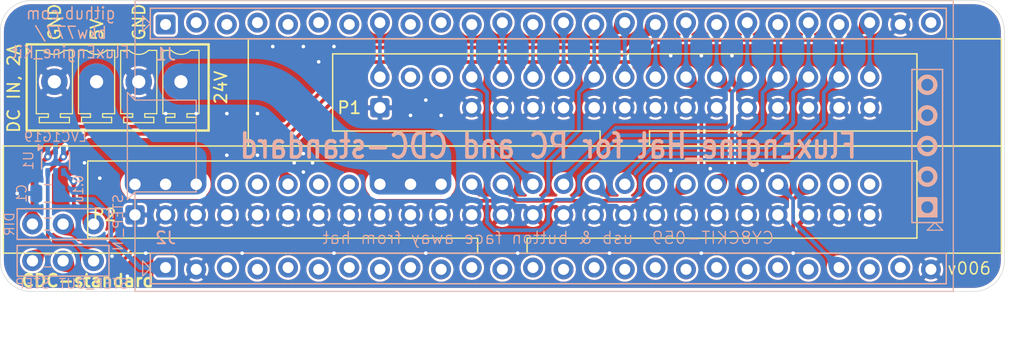
<source format=kicad_pcb>
(kicad_pcb (version 20240108) (generator "pcbnew") (generator_version "8.0")
  (title_block (title "FluxEngine_Hat for PC and CDC-standard") (date "2024-05-11") (rev "006") (company "Brian K. White - b.kenyon.w@gmail.com") (comment 1 "github.com/bkw777/FluxEngine_Kit"))
  (layers (0 "F.Cu" signal) (31 "B.Cu" signal) (34 "B.Paste" user) (35 "F.Paste" user) (36 "B.SilkS" user "B.Silkscreen") (37 "F.SilkS" user "F.Silkscreen") (38 "B.Mask" user) (39 "F.Mask" user) (44 "Edge.Cuts" user))
  (net 0 "")
  (net 1 "GND")
  (net 4 "/SIDE")
  (net 5 "/~{DSB}")
  (net 6 "/~{REDWC}")
  (net 7 "/~{TRK0}")
  (net 8 "/~{MOTB}")
  (net 9 "/~{WGATE}")
  (net 10 "/~{INDEX}")
  (net 11 "/~{WPROT}")
  (net 12 "/~{DSA}")
  (net 13 "/~{MOTA}")
  (net 14 "/~{STEP}")
  (net 35 "VCC")
  (net 47 "/5VDC")
  (net 48 "/24VDC")
  (net 53 "/~{DSKCHG}")
  (net 56 "/~{WDATA}")
  (net 57 "/~{RDATA}")
  (net 59 "/~{TG43}")
  (net 61 "/~{STEP_IN}")
  (net 62 "/~{STEP_OUT}")
  (net 63 "/DIRECTION")
  (net 64 "/~{STEP}{slash}~{STEP_OUT}")
  (net 65 "/DIR{slash}~{STEP_IN}")
  (footprint "000_LOCAL:IDC-Header_2x17_P2.54mm_Latch_Vertical - FDD" (layer "F.Cu") (at 133.985 93.345 90)
    (property "Reference" "P1" (at 0 -2.54 0) (layer "F.SilkS"))
    (property "Value" "FDC_BUS_IBMPC")
    (pad "1" thru_hole roundrect (at 0 0 90) (size 1.6 1.6) (drill 0.95) (layers "*.Cu" "*.Mask") (roundrect_rratio 0.15625) (net 1 "GND"))
    (pad "2" thru_hole circle (at 2.54 0 90) (size 1.6 1.6) (drill 0.95) (layers "*.Cu" "*.Mask") (net 6 "/~{REDWC}"))
    (pad "4" thru_hole circle (at 2.54 2.54 90) (size 1.6 1.6) (drill 0.95) (layers "*.Cu" "*.Mask"))
    (pad "6" thru_hole circle (at 2.54 5.08 90) (size 1.6 1.6) (drill 0.95) (layers "*.Cu" "*.Mask"))
    (pad "7" thru_hole circle (at 0 7.62 90) (size 1.6 1.6) (drill 0.95) (layers "*.Cu" "*.Mask") (net 1 "GND"))
    (pad "8" thru_hole circle (at 2.54 7.62 90) (size 1.6 1.6) (drill 0.95) (layers "*.Cu" "*.Mask") (net 10 "/~{INDEX}"))
    (pad "9" thru_hole circle (at 0 10.16 90) (size 1.6 1.6) (drill 0.95) (layers "*.Cu" "*.Mask") (net 1 "GND"))
    (pad "10" thru_hole circle (at 2.54 10.16 90) (size 1.6 1.6) (drill 0.95) (layers "*.Cu" "*.Mask") (net 13 "/~{MOTA}"))
    (pad "11" thru_hole circle (at 0 12.7 90) (size 1.6 1.6) (drill 0.95) (layers "*.Cu" "*.Mask") (net 1 "GND"))
    (pad "12" thru_hole circle (at 2.54 12.7 90) (size 1.6 1.6) (drill 0.95) (layers "*.Cu" "*.Mask") (net 5 "/~{DSB}"))
    (pad "13" thru_hole circle (at 0 15.24 90) (size 1.6 1.6) (drill 0.95) (layers "*.Cu" "*.Mask") (net 1 "GND"))
    (pad "14" thru_hole circle (at 2.54 15.24 90) (size 1.6 1.6) (drill 0.95) (layers "*.Cu" "*.Mask") (net 12 "/~{DSA}"))
    (pad "15" thru_hole circle (at 0 17.78 90) (size 1.6 1.6) (drill 0.95) (layers "*.Cu" "*.Mask") (net 1 "GND"))
    (pad "16" thru_hole circle (at 2.54 17.78 90) (size 1.6 1.6) (drill 0.95) (layers "*.Cu" "*.Mask") (net 8 "/~{MOTB}"))
    (pad "17" thru_hole circle (at 0 20.32 90) (size 1.6 1.6) (drill 0.95) (layers "*.Cu" "*.Mask") (net 1 "GND"))
    (pad "18" thru_hole circle (at 2.54 20.32 90) (size 1.6 1.6) (drill 0.95) (layers "*.Cu" "*.Mask") (net 63 "/DIRECTION"))
    (pad "19" thru_hole circle (at 0 22.86 90) (size 1.6 1.6) (drill 0.95) (layers "*.Cu" "*.Mask") (net 1 "GND"))
    (pad "20" thru_hole circle (at 2.54 22.86 90) (size 1.6 1.6) (drill 0.95) (layers "*.Cu" "*.Mask") (net 14 "/~{STEP}"))
    (pad "21" thru_hole circle (at 0 25.4 90) (size 1.6 1.6) (drill 0.95) (layers "*.Cu" "*.Mask") (net 1 "GND"))
    (pad "22" thru_hole circle (at 2.54 25.4 90) (size 1.6 1.6) (drill 0.95) (layers "*.Cu" "*.Mask") (net 56 "/~{WDATA}"))
    (pad "23" thru_hole circle (at 0 27.94 90) (size 1.6 1.6) (drill 0.95) (layers "*.Cu" "*.Mask") (net 1 "GND"))
    (pad "24" thru_hole circle (at 2.54 27.94 90) (size 1.6 1.6) (drill 0.95) (layers "*.Cu" "*.Mask") (net 9 "/~{WGATE}"))
    (pad "25" thru_hole circle (at 0 30.48 90) (size 1.6 1.6) (drill 0.95) (layers "*.Cu" "*.Mask") (net 1 "GND"))
    (pad "26" thru_hole circle (at 2.54 30.48 90) (size 1.6 1.6) (drill 0.95) (layers "*.Cu" "*.Mask") (net 7 "/~{TRK0}"))
    (pad "27" thru_hole circle (at 0 33.02 90) (size 1.6 1.6) (drill 0.95) (layers "*.Cu" "*.Mask") (net 1 "GND"))
    (pad "28" thru_hole circle (at 2.54 33.02 90) (size 1.6 1.6) (drill 0.95) (layers "*.Cu" "*.Mask") (net 11 "/~{WPROT}"))
    (pad "29" thru_hole circle (at 0 35.56 90) (size 1.6 1.6) (drill 0.95) (layers "*.Cu" "*.Mask") (net 1 "GND"))
    (pad "30" thru_hole circle (at 2.54 35.56 90) (size 1.6 1.6) (drill 0.95) (layers "*.Cu" "*.Mask") (net 57 "/~{RDATA}"))
    (pad "31" thru_hole circle (at 0 38.1 90) (size 1.6 1.6) (drill 0.95) (layers "*.Cu" "*.Mask") (net 1 "GND"))
    (pad "32" thru_hole circle (at 2.54 38.1 90) (size 1.6 1.6) (drill 0.95) (layers "*.Cu" "*.Mask") (net 4 "/SIDE"))
    (pad "33" thru_hole circle (at 0 40.64 90) (size 1.6 1.6) (drill 0.95) (layers "*.Cu" "*.Mask") (net 1 "GND"))
    (pad "34" thru_hole circle (at 2.54 40.64 90) (size 1.6 1.6) (drill 0.95) (layers "*.Cu" "*.Mask") (net 53 "/~{DSKCHG}"))
  )
  (footprint "000_LOCAL:ScrewTerminal_1x04_P3.5mm_vertical" (layer "F.Cu") (at 112.225001 91.585999 180)
    (property "Reference" "J2" (hide yes))
    (property "Value" "Screw_Terminal_01x04")
    (pad "1" thru_hole circle (at -5.25 0.4 180) (size 2.2 2.2) (drill 1.1) (layers "*.Cu" "*.Mask") (net 48 "/24VDC"))
    (pad "2" thru_hole circle (at -1.75 0.4 180) (size 2.2 2.2) (drill 1.1) (layers "*.Cu" "*.Mask") (net 1 "GND") (thermal_bridge_width 0.6))
    (pad "3" thru_hole circle (at 1.75 0.4 180) (size 2.2 2.2) (drill 1.1) (layers "*.Cu" "*.Mask") (net 47 "/5VDC"))
    (pad "4" thru_hole circle (at 5.25 0.4 180) (size 2.2 2.2) (drill 1.1) (layers "*.Cu" "*.Mask") (net 1 "GND") (thermal_bridge_width 0.6))
  )
  (footprint "000_LOCAL:IDC-Header_2x25_P2.54mm_Latch_Vertical" (layer "F.Cu") (at 113.665001 102.235001 90)
    (property "Reference" "P2" (at 0 -2.54 0) (layer "F.SilkS"))
    (property "Value" "FDC_BUS_CDC_9406_STD")
    (pad "1" thru_hole roundrect (at 0 0 90) (size 1.6 1.6) (drill 0.95) (layers "*.Cu" "*.Mask") (roundrect_rratio 0.15625) (net 1 "GND"))
    (pad "2" thru_hole circle (at 2.54 0 90) (size 1.6 1.6) (drill 0.95) (layers "*.Cu" "*.Mask") (net 47 "/5VDC"))
    (pad "3" thru_hole circle (at 0 2.54 90) (size 1.6 1.6) (drill 0.95) (layers "*.Cu" "*.Mask") (net 1 "GND"))
    (pad "4" thru_hole circle (at 2.54 2.54 90) (size 1.6 1.6) (drill 0.95) (layers "*.Cu" "*.Mask") (net 47 "/5VDC"))
    (pad "5" thru_hole circle (at 0 5.079999 90) (size 1.6 1.6) (drill 0.95) (layers "*.Cu" "*.Mask") (net 1 "GND"))
    (pad "6" thru_hole circle (at 2.54 5.08 90) (size 1.6 1.6) (drill 0.95) (layers "*.Cu" "*.Mask") (net 47 "/5VDC"))
    (pad "7" thru_hole circle (at 0 7.62 90) (size 1.6 1.6) (drill 0.95) (layers "*.Cu" "*.Mask") (net 1 "GND"))
    (pad "8" thru_hole circle (at 2.54 7.62 90) (size 1.6 1.6) (drill 0.95) (layers "*.Cu" "*.Mask"))
    (pad "9" thru_hole circle (at 0 10.16 90) (size 1.6 1.6) (drill 0.95) (layers "*.Cu" "*.Mask") (net 1 "GND"))
    (pad "10" thru_hole circle (at 2.54 10.16 90) (size 1.6 1.6) (drill 0.95) (layers "*.Cu" "*.Mask"))
    (pad "11" thru_hole circle (at 0 12.7 90) (size 1.6 1.6) (drill 0.95) (layers "*.Cu" "*.Mask") (net 1 "GND"))
    (pad "12" thru_hole circle (at 2.54 12.7 90) (size 1.6 1.6) (drill 0.95) (layers "*.Cu" "*.Mask") (net 53 "/~{DSKCHG}"))
    (pad "13" thru_hole circle (at 0 15.24 90) (size 1.6 1.6) (drill 0.95) (layers "*.Cu" "*.Mask") (net 1 "GND"))
    (pad "14" thru_hole circle (at 2.54 15.24 90) (size 1.6 1.6) (drill 0.95) (layers "*.Cu" "*.Mask"))
    (pad "15" thru_hole circle (at 0 17.780001 90) (size 1.6 1.6) (drill 0.95) (layers "*.Cu" "*.Mask") (net 1 "GND"))
    (pad "16" thru_hole circle (at 2.54 17.78 90) (size 1.6 1.6) (drill 0.95) (layers "*.Cu" "*.Mask"))
    (pad "17" thru_hole circle (at 0 20.32 90) (size 1.6 1.6) (drill 0.95) (layers "*.Cu" "*.Mask") (net 1 "GND"))
    (pad "18" thru_hole circle (at 2.54 20.32 90) (size 1.6 1.6) (drill 0.95) (layers "*.Cu" "*.Mask") (net 48 "/24VDC"))
    (pad "19" thru_hole circle (at 0 22.86 90) (size 1.6 1.6) (drill 0.95) (layers "*.Cu" "*.Mask") (net 1 "GND"))
    (pad "20" thru_hole circle (at 2.54 22.86 90) (size 1.6 1.6) (drill 0.95) (layers "*.Cu" "*.Mask") (net 48 "/24VDC"))
    (pad "21" thru_hole circle (at 0 25.4 90) (size 1.6 1.6) (drill 0.95) (layers "*.Cu" "*.Mask") (net 1 "GND"))
    (pad "22" thru_hole circle (at 2.54 25.4 90) (size 1.6 1.6) (drill 0.95) (layers "*.Cu" "*.Mask") (net 48 "/24VDC"))
    (pad "23" thru_hole circle (at 0 27.939999 90) (size 1.6 1.6) (drill 0.95) (layers "*.Cu" "*.Mask") (net 1 "GND"))
    (pad "24" thru_hole circle (at 2.54 27.94 90) (size 1.6 1.6) (drill 0.95) (layers "*.Cu" "*.Mask") (net 11 "/~{WPROT}"))
    (pad "25" thru_hole circle (at 0 30.48 90) (size 1.6 1.6) (drill 0.95) (layers "*.Cu" "*.Mask") (net 1 "GND"))
    (pad "26" thru_hole circle (at 2.54 30.48 90) (size 1.6 1.6) (drill 0.95) (layers "*.Cu" "*.Mask") (net 8 "/~{MOTB}"))
    (pad "27" thru_hole circle (at 0 33.02 90) (size 1.6 1.6) (drill 0.95) (layers "*.Cu" "*.Mask") (net 1 "GND"))
    (pad "28" thru_hole circle (at 2.54 33.02 90) (size 1.6 1.6) (drill 0.95) (layers "*.Cu" "*.Mask") (net 10 "/~{INDEX}"))
    (pad "29" thru_hole circle (at 0 35.56 90) (size 1.6 1.6) (drill 0.95) (layers "*.Cu" "*.Mask") (net 1 "GND"))
    (pad "30" thru_hole circle (at 2.54 35.56 90) (size 1.6 1.6) (drill 0.95) (layers "*.Cu" "*.Mask") (net 7 "/~{TRK0}"))
    (pad "31" thru_hole circle (at 0 38.099999 90) (size 1.6 1.6) (drill 0.95) (layers "*.Cu" "*.Mask") (net 1 "GND"))
    (pad "32" thru_hole circle (at 2.54 38.1 90) (size 1.6 1.6) (drill 0.95) (layers "*.Cu" "*.Mask") (net 4 "/SIDE"))
    (pad "33" thru_hole circle (at 0 40.640001 90) (size 1.6 1.6) (drill 0.95) (layers "*.Cu" "*.Mask") (net 1 "GND"))
    (pad "34" thru_hole circle (at 2.54 40.64 90) (size 1.6 1.6) (drill 0.95) (layers "*.Cu" "*.Mask") (net 57 "/~{RDATA}"))
    (pad "35" thru_hole circle (at 0 43.18 90) (size 1.6 1.6) (drill 0.95) (layers "*.Cu" "*.Mask") (net 1 "GND"))
    (pad "36" thru_hole circle (at 2.54 43.18 90) (size 1.6 1.6) (drill 0.95) (layers "*.Cu" "*.Mask"))
    (pad "37" thru_hole circle (at 0 45.72 90) (size 1.6 1.6) (drill 0.95) (layers "*.Cu" "*.Mask") (net 1 "GND"))
    (pad "38" thru_hole circle (at 2.54 45.72 90) (size 1.6 1.6) (drill 0.95) (layers "*.Cu" "*.Mask") (net 65 "/DIR{slash}~{STEP_IN}"))
    (pad "39" thru_hole circle (at 0 48.26 90) (size 1.6 1.6) (drill 0.95) (layers "*.Cu" "*.Mask") (net 1 "GND"))
    (pad "40" thru_hole circle (at 2.54 48.26 90) (size 1.6 1.6) (drill 0.95) (layers "*.Cu" "*.Mask") (net 9 "/~{WGATE}"))
    (pad "41" thru_hole circle (at 0 50.799999 90) (size 1.6 1.6) (drill 0.95) (layers "*.Cu" "*.Mask") (net 1 "GND"))
    (pad "42" thru_hole circle (at 2.54 50.8 90) (size 1.6 1.6) (drill 0.95) (layers "*.Cu" "*.Mask") (net 56 "/~{WDATA}"))
    (pad "43" thru_hole circle (at 0 53.34 90) (size 1.6 1.6) (drill 0.95) (layers "*.Cu" "*.Mask") (net 1 "GND"))
    (pad "44" thru_hole circle (at 2.54 53.34 90) (size 1.6 1.6) (drill 0.95) (layers "*.Cu" "*.Mask") (net 59 "/~{TG43}"))
    (pad "45" thru_hole circle (at 0 55.88 90) (size 1.6 1.6) (drill 0.95) (layers "*.Cu" "*.Mask") (net 1 "GND"))
    (pad "46" thru_hole circle (at 2.54 55.88 90) (size 1.6 1.6) (drill 0.95) (layers "*.Cu" "*.Mask") (net 64 "/~{STEP}{slash}~{STEP_OUT}"))
    (pad "47" thru_hole circle (at 0 58.42 90) (size 1.6 1.6) (drill 0.95) (layers "*.Cu" "*.Mask") (net 1 "GND"))
    (pad "48" thru_hole circle (at 2.54 58.42 90) (size 1.6 1.6) (drill 0.95) (layers "*.Cu" "*.Mask"))
    (pad "49" thru_hole circle (at 0 60.959999 90) (size 1.6 1.6) (drill 0.95) (layers "*.Cu" "*.Mask") (net 1 "GND"))
    (pad "50" thru_hole circle (at 2.54 60.96 90) (size 1.6 1.6) (drill 0.95) (layers "*.Cu" "*.Mask"))
  )
  (footprint "000_LOCAL:PinHeader_1x03_P2.54mm_Vertical" (layer "B.Cu") (at 105.156001 102.996999 -90)
    (property "Reference" "JP2" (hide yes))
    (property "Value" "Jumper_3_Bridged12")
    (pad "1" thru_hole circle (at 0 0 270) (size 1.7 1.7) (drill 0.94) (layers "*.Cu" "*.Mask") (net 63 "/DIRECTION"))
    (pad "2" thru_hole circle (at 0 -2.54 270) (size 1.7 1.7) (drill 0.94) (layers "*.Cu" "*.Mask") (net 65 "/DIR{slash}~{STEP_IN}"))
    (pad "3" thru_hole circle (at 0 -5.079999 270) (size 1.7 1.7) (drill 0.94) (layers "*.Cu" "*.Mask") (net 61 "/~{STEP_IN}"))
  )
  (footprint "000_LOCAL:C_0805_2012Metric" (layer "B.Cu") (at 106.426001 100.456999 180)
    (property "Reference" "C1" (at 2.159 0 90) (layer "B.SilkS") (effects (font (size 0.8 0.8) (thickness 0.1)) (justify mirror)))
    (property "Value" "0.1u" (at -2.54 0.381 90) (layer "B.SilkS") (effects (font (size 0.8 0.7) (thickness 0.1)) (justify mirror)))
    (pad "1" smd roundrect (at -0.949999 0 180) (size 1 1.45) (layers "B.Cu" "B.Paste" "B.Mask") (net 35 "VCC"))
    (pad "2" smd roundrect (at 0.949999 0 180) (size 1 1.45) (layers "B.Cu" "B.Paste" "B.Mask") (net 1 "GND"))
  )
  (footprint "000_LOCAL:PinHeader_1x03_P2.54mm_Vertical" (layer "B.Cu") (at 105.156001 106.044999 -90)
    (property "Reference" "JP1" (hide yes))
    (property "Value" "Jumper_3_Bridged12")
    (pad "1" thru_hole circle (at 0 0 270) (size 1.7 1.7) (drill 0.94) (layers "*.Cu" "*.Mask") (net 14 "/~{STEP}"))
    (pad "2" thru_hole circle (at 0 -2.54 270) (size 1.7 1.7) (drill 0.94) (layers "*.Cu" "*.Mask") (net 64 "/~{STEP}{slash}~{STEP_OUT}"))
    (pad "3" thru_hole circle (at 0 -5.08 270) (size 1.7 1.7) (drill 0.94) (layers "*.Cu" "*.Mask") (net 62 "/~{STEP_OUT}"))
  )
  (footprint "000_LOCAL:SOT-363_SC-70-6" (layer "B.Cu") (at 107.076001 97.728999 -90)
    (property "Reference" "U1" (at 0 2.25 90) (layer "B.SilkS") (effects (font (size 0.8 0.8) (thickness 0.1)) (justify mirror)))
    (property "Value" "LVC1G19" (at -1.971 0.015 0) (layer "B.SilkS") (effects (font (size 0.8 0.8) (thickness 0.1)) (justify mirror)))
    (pad "1" smd roundrect (at -0.95 0.65 270) (size 0.65 0.4) (layers "B.Cu" "B.Paste" "B.Mask") (net 63 "/DIRECTION"))
    (pad "2" smd roundrect (at -0.949999 0 270) (size 0.65 0.4) (layers "B.Cu" "B.Paste" "B.Mask") (net 1 "GND"))
    (pad "3" smd roundrect (at -0.95 -0.65 270) (size 0.65 0.4) (layers "B.Cu" "B.Paste" "B.Mask") (net 14 "/~{STEP}"))
    (pad "4" smd roundrect (at 0.95 -0.65 270) (size 0.65 0.4) (layers "B.Cu" "B.Paste" "B.Mask") (net 61 "/~{STEP_IN}"))
    (pad "5" smd roundrect (at 0.949999 0 270) (size 0.65 0.4) (layers "B.Cu" "B.Paste" "B.Mask") (net 35 "VCC"))
    (pad "6" smd roundrect (at 0.95 0.65 270) (size 0.65 0.4) (layers "B.Cu" "B.Paste" "B.Mask") (net 62 "/~{STEP_OUT}"))
  )
  (footprint "000_LOCAL:CY8CKIT-059 dry fit" (layer "B.Cu") (at 116.205001 86.359999 -90)
    (property "Reference" "J1" (hide yes))
    (property "Value" "CY8CKIT-059")
    (fp_text user "J2" (at 17.78 0 0) (layer "B.SilkS") (effects (justify mirror)))
    (fp_text user "J1" (at 2.54 0 0) (layer "B.SilkS") (effects (justify mirror)))
    (pad "J1_1" thru_hole roundrect (at 0.0762 0 270) (size 1.651 1.651) (drill 0.9144) (layers "*.Cu" "*.Mask") (roundrect_rratio 0.1514233798))
    (pad "J1_2" thru_hole circle (at -0.0762 -2.54 270) (size 1.651 1.651) (drill 0.9144) (layers "*.Cu" "*.Mask"))
    (pad "J1_3" thru_hole circle (at 0.0762 -5.08 270) (size 1.651 1.651) (drill 0.9144) (layers "*.Cu" "*.Mask"))
    (pad "J1_4" thru_hole circle (at -0.0762 -7.62 270) (size 1.651 1.651) (drill 0.9144) (layers "*.Cu" "*.Mask"))
    (pad "J1_5" thru_hole circle (at 0.0762 -10.16 270) (size 1.651 1.651) (drill 0.9144) (layers "*.Cu" "*.Mask"))
    (pad "J1_6" thru_hole circle (at -0.0762 -12.7 270) (size 1.651 1.651) (drill 0.9144) (layers "*.Cu" "*.Mask"))
    (pad "J1_7" thru_hole circle (at 0.0762 -15.24 270) (size 1.651 1.651) (drill 0.9144) (layers "*.Cu" "*.Mask"))
    (pad "J1_8" thru_hole circle (at -0.0762 -17.78 270) (size 1.651 1.651) (drill 0.9144) (layers "*.Cu" "*.Mask") (net 6 "/~{REDWC}"))
    (pad "J1_9" thru_hole circle (at 0.0762 -20.32 270) (size 1.651 1.651) (drill 0.9144) (layers "*.Cu" "*.Mask"))
    (pad "J1_10" thru_hole circle (at -0.0762 -22.86 270) (size 1.651 1.651) (drill 0.9144) (layers "*.Cu" "*.Mask"))
    (pad "J1_11" thru_hole circle (at 0.0762 -25.4 270) (size 1.651 1.651) (drill 0.9144) (layers "*.Cu" "*.Mask") (net 10 "/~{INDEX}"))
    (pad "J1_12" thru_hole circle (at -0.0762 -27.94 270) (size 1.651 1.651) (drill 0.9144) (layers "*.Cu" "*.Mask") (net 13 "/~{MOTA}"))
    (pad "J1_13" thru_hole circle (at 0.0762 -30.48 270) (size 1.651 1.651) (drill 0.9144) (layers "*.Cu" "*.Mask") (net 5 "/~{DSB}"))
    (pad "J1_14" thru_hole circle (at -0.0762 -33.02 270) (size 1.651 1.651) (drill 0.9144) (layers "*.Cu" "*.Mask") (net 12 "/~{DSA}"))
    (pad "J1_15" thru_hole circle (at 0.0762 -35.56 270) (size 1.651 1.651) (drill 0.9144) (layers "*.Cu" "*.Mask") (net 8 "/~{MOTB}"))
    (pad "J1_16" thru_hole circle (at -0.0762 -38.1 270) (size 1.651 1.651) (drill 0.9144) (layers "*.Cu" "*.Mask") (net 63 "/DIRECTION"))
    (pad "J1_17" thru_hole circle (at 0.0762 -40.64 270) (size 1.651 1.651) (drill 0.9144) (layers "*.Cu" "*.Mask") (net 14 "/~{STEP}"))
    (pad "J1_18" thru_hole circle (at -0.0762 -43.18 270) (size 1.651 1.651) (drill 0.9144) (layers "*.Cu" "*.Mask") (net 56 "/~{WDATA}"))
    (pad "J1_19" thru_hole circle (at 0.0762 -45.72 270) (size 1.651 1.651) (drill 0.9144) (layers "*.Cu" "*.Mask") (net 9 "/~{WGATE}"))
    (pad "J1_20" thru_hole circle (at -0.0762 -48.26 270) (size 1.651 1.651) (drill 0.9144) (layers "*.Cu" "*.Mask") (net 7 "/~{TRK0}"))
    (pad "J1_21" thru_hole circle (at 0.0762 -50.8 270) (size 1.651 1.651) (drill 0.9144) (layers "*.Cu" "*.Mask") (net 11 "/~{WPROT}"))
    (pad "J1_22" thru_hole circle (at -0.0762 -53.34 270) (size 1.651 1.651) (drill 0.9144) (layers "*.Cu" "*.Mask") (net 57 "/~{RDATA}"))
    (pad "J1_23" thru_hole circle (at 0.0762 -55.88 270) (size 1.651 1.651) (drill 0.9144) (layers "*.Cu" "*.Mask") (net 4 "/SIDE"))
    (pad "J1_24" thru_hole circle (at -0.0762 -58.42 270) (size 1.651 1.651) (drill 0.9144) (layers "*.Cu" "*.Mask") (net 53 "/~{DSKCHG}"))
    (pad "J1_25" thru_hole circle (at 0.0762 -60.96 270) (size 1.651 1.651) (drill 0.9144) (layers "*.Cu" "*.Mask") (net 1 "GND"))
    (pad "J1_26" thru_hole circle (at -0.0762 -63.5 270) (size 1.651 1.651) (drill 0.9144) (layers "*.Cu" "*.Mask"))
    (pad "J2_1" thru_hole roundrect (at 20.2438 0 270) (size 1.651 1.651) (drill 0.9144) (layers "*.Cu" "*.Mask") (roundrect_rratio 0.1514233798) (net 35 "VCC"))
    (pad "J2_2" thru_hole circle (at 20.3962 -2.54 270) (size 1.651 1.651) (drill 0.9144) (layers "*.Cu" "*.Mask") (net 1 "GND"))
    (pad "J2_3" thru_hole circle (at 20.2438 -5.08 270) (size 1.651 1.651) (drill 0.9144) (layers "*.Cu" "*.Mask"))
    (pad "J2_4" thru_hole circle (at 20.3962 -7.62 270) (size 1.651 1.651) (drill 0.9144) (layers "*.Cu" "*.Mask"))
    (pad "J2_5" thru_hole circle (at 20.2438 -10.16 270) (size 1.651 1.651) (drill 0.9144) (layers "*.Cu" "*.Mask"))
    (pad "J2_6" thru_hole circle (at 20.3962 -12.7 270) (size 1.651 1.651) (drill 0.9144) (layers "*.Cu" "*.Mask"))
    (pad "J2_7" thru_hole circle (at 20.2438 -15.24 270) (size 1.651 1.651) (drill 0.9144) (layers "*.Cu" "*.Mask"))
    (pad "J2_8" thru_hole circle (at 20.3962 -17.78 270) (size 1.651 1.651) (drill 0.9144) (layers "*.Cu" "*.Mask"))
    (pad "J2_9" thru_hole circle (at 20.2438 -20.32 270) (size 1.651 1.651) (drill 0.9144) (layers "*.Cu" "*.Mask"))
    (pad "J2_10" thru_hole circle (at 20.3962 -22.86 270) (size 1.651 1.651) (drill 0.9144) (layers "*.Cu" "*.Mask"))
    (pad "J2_11" thru_hole circle (at 20.2438 -25.4 270) (size 1.651 1.651) (drill 0.9144) (layers "*.Cu" "*.Mask"))
    (pad "J2_12" thru_hole circle (at 20.3962 -27.94 270) (size 1.651 1.651) (drill 0.9144) (layers "*.Cu" "*.Mask"))
    (pad "J2_13" thru_hole circle (at 20.2438 -30.48 270) (size 1.651 1.651) (drill 0.9144) (layers "*.Cu" "*.Mask"))
    (pad "J2_14" thru_hole circle (at 20.3962 -33.02 270) (size 1.651 1.651) (drill 0.9144) (layers "*.Cu" "*.Mask"))
    (pad "J2_15" thru_hole circle (at 20.2438 -35.56 270) (size 1.651 1.651) (drill 0.9144) (layers "*.Cu" "*.Mask"))
    (pad "J2_16" thru_hole circle (at 20.3962 -38.1 270) (size 1.651 1.651) (drill 0.9144) (layers "*.Cu" "*.Mask"))
    (pad "J2_17" thru_hole circle (at 20.2438 -40.64 270) (size 1.651 1.651) (drill 0.9144) (layers "*.Cu" "*.Mask"))
    (pad "J2_18" thru_hole circle (at 20.3962 -43.18 270) (size 1.651 1.651) (drill 0.9144) (layers "*.Cu" "*.Mask"))
    (pad "J2_19" thru_hole circle (at 20.2438 -45.72 270) (size 1.651 1.651) (drill 0.9144) (layers "*.Cu" "*.Mask"))
    (pad "J2_20" thru_hole circle (at 20.3962 -48.26 270) (size 1.651 1.651) (drill 0.9144) (layers "*.Cu" "*.Mask"))
    (pad "J2_21" thru_hole circle (at 20.2438 -50.8 270) (size 1.651 1.651) (drill 0.9144) (layers "*.Cu" "*.Mask"))
    (pad "J2_22" thru_hole circle (at 20.3962 -53.34 270) (size 1.651 1.651) (drill 0.9144) (layers "*.Cu" "*.Mask"))
    (pad "J2_23" thru_hole circle (at 20.2438 -55.88 270) (size 1.651 1.651) (drill 0.9144) (layers "*.Cu" "*.Mask") (net 59 "/~{TG43}"))
    (pad "J2_24" thru_hole circle (at 20.3962 -58.42 270) (size 1.651 1.651) (drill 0.9144) (layers "*.Cu" "*.Mask"))
    (pad "J2_25" thru_hole circle (at 20.2438 -60.96 270) (size 1.651 1.651) (drill 0.9144) (layers "*.Cu" "*.Mask"))
    (pad "J2_26" thru_hole circle (at 20.3962 -63.5 270) (size 1.651 1.651) (drill 0.9144) (layers "*.Cu" "*.Mask") (net 1 "GND"))
  )
  (gr_rect (start 133.985001 97.445724) (end 139.065001 99.695001) (stroke (width 1.7)) (fill solid) (layer "B.Cu") (net 48))
  (gr_rect (start 113.665001 97.445724) (end 118.745001 99.695001) (stroke (width 1.7)) (fill solid) (layer "B.Cu") (net 47))
  (gr_arc (start 132.425001 98.249999) (mid 133.068468 98.516532) (end 133.335001 99.159999) (stroke (width 0.4)) (layer "B.Cu") (net 48))
  (gr_line (start 106.680001 106.552999) (end 106.172001 106.552999) (stroke (width 0.1)) (layer "B.SilkS"))
  (gr_line (start 106.680001 105.536999) (end 106.172001 105.536999) (stroke (width 0.1)) (layer "B.SilkS"))
  (gr_line (start 106.680001 102.488999) (end 106.172001 102.488999) (stroke (width 0.1)) (layer "B.SilkS"))
  (gr_line (start 106.680001 103.504999) (end 106.172001 103.504999) (stroke (width 0.1)) (layer "B.SilkS"))
  (gr_arc (start 183.261 84.455001) (mid 185.057051 85.198949) (end 185.801 86.995) (stroke (width 0.05)) (layer "Edge.Cuts"))
  (gr_arc (start 102.489 86.995) (mid 103.232949 85.198948) (end 105.029001 84.454999) (stroke (width 0.05)) (layer "Edge.Cuts"))
  (gr_arc (start 185.801 106.045) (mid 185.057051 107.841051) (end 183.261 108.585) (stroke (width 0.05)) (layer "Edge.Cuts"))
  (gr_line (start 102.489 86.995) (end 102.489 106.044999) (stroke (width 0.05)) (layer "Edge.Cuts"))
  (gr_line (start 183.261 84.455001) (end 105.029001 84.454999) (stroke (width 0.05)) (layer "Edge.Cuts"))
  (gr_line (start 185.801 106.045) (end 185.801 86.995) (stroke (width 0.05)) (layer "Edge.Cuts"))
  (gr_line (start 105.029 108.584999) (end 183.261 108.585) (stroke (width 0.05)) (layer "Edge.Cuts"))
  (gr_arc (start 105.029001 108.584999) (mid 103.23295 107.841051) (end 102.489001 106.045) (stroke (width 0.05)) (layer "Edge.Cuts"))
  (gr_text "DIR" (at 103.251001 102.996999 90) (layer "B.SilkS") (effects (font (size 0.8 0.8) (thickness 0.1)) (justify mirror)))
  (gr_text "${TITLE}" (at 147.955001 96.52 0) (layer "B.SilkS") (effects (font (size 2 1.6) (thickness 0.3)) (justify mirror)))
  (gr_text "STEP" (at 105.156001 107.949999 0) (layer "B.SilkS") (effects (font (size 0.8 0.8) (thickness 0.1)) (justify mirror)))
  (gr_text "STEP_IN" (at 112.268001 102.869999 90) (layer "B.SilkS") (effects (font (size 0.8 0.8) (thickness 0.1)) (justify mirror)))
  (gr_text "STEP_OUT" (at 110.236001 107.949999 0) (layer "B.SilkS") (effects (font (size 0.8 0.8) (thickness 0.1)) (justify mirror)))
  (gr_text "github.com\nbkw777/\nFluxEngine_Kit" (at 108.331001 87.121999 0) (layer "B.SilkS") (effects (font (size 1 0.9) (thickness 0.12)) (justify mirror)))
  (gr_text "CY8CKIT-059  usb & button face away from hat" (at 147.955001 104.139999 0) (layer "B.SilkS") (effects (font (size 1 1) (thickness 0.1)) (justify mirror)))
  (gr_text "5V" (at 110.505001 87.859999 90) (layer "F.SilkS") (effects (font (size 1 1)) (justify left)))
  (gr_text "CDC-standard" (at 104.140001 107.695999 0) (layer "F.SilkS") (effects (font (size 1.016 1.016) (thickness 0.2032) (bold yes)) (justify left)))
  (gr_text "GND" (at 107.005001 87.859999 90) (layer "F.SilkS") (effects (font (size 1 1)) (justify left)))
  (gr_text "GND" (at 114.005001 87.859999 90) (layer "F.SilkS") (effects (font (size 1 1)) (justify left)))
  (gr_text "24V" (at 120.205001 91.659999 90) (layer "F.SilkS") (effects (font (size 1 1)) (justify top)))
  (gr_text "DC IN, 2A" (at 103.605001 91.759999 90) (layer "F.SilkS") (effects (font (size 1 1))))
  (gr_text "v${REVISION}" (at 182.880001 106.679999 0) (layer "F.SilkS") (effects (font (size 1 1) (thickness 0.12))))
  (via (at 121.285001 93.827599) (size 0.6) (drill 0.3) (layers "F.Cu" "B.Cu") (net 1))
  (via (at 137.795001 92.709999) (size 0.6) (drill 0.3) (layers "F.Cu" "B.Cu") (net 1))
  (via (at 158.115001 89.026999) (size 0.6) (drill 0.3) (layers "F.Cu" "B.Cu") (net 1))
  (via (at 139.065001 93.979999) (size 0.6) (drill 0.3) (layers "F.Cu" "B.Cu") (net 1))
  (via (at 113.030001 107.314999) (size 0.6) (drill 0.3) (layers "F.Cu" "B.Cu") (net 1))
  (via (at 109.474001 97.916999) (size 0.6) (drill 0.3) (layers "F.Cu" "B.Cu") (net 1))
  (via (at 160.655001 89.026999) (size 0.6) (drill 0.3) (layers "F.Cu" "B.Cu") (net 1))
  (via (at 153.035001 105.409999) (size 0.6) (drill 0.3) (layers "F.Cu" "B.Cu") (net 1))
  (via (at 127.635001 98.678999) (size 0.6) (drill 0.3) (layers "F.Cu" "B.Cu") (net 1))
  (via (at 168.275001 105.409999) (size 0.6) (drill 0.3) (layers "F.Cu" "B.Cu") (net 1))
  (via (at 128.905001 89.534999) (size 0.6) (drill 0.3) (layers "F.Cu" "B.Cu") (net 1))
  (via (at 114.554001 105.409999) (size 0.6) (drill 0.3) (layers "F.Cu" "B.Cu") (net 1))
  (via (at 123.825001 97.281999) (size 0.6) (drill 0.3) (layers "F.Cu" "B.Cu") (net 1))
  (via (at 158.115001 98.551999) (size 0.6) (drill 0.3) (layers "F.Cu" "B.Cu") (net 1))
  (via (at 130.175001 88.264999) (size 0.6) (drill 0.3) (layers "F.Cu" "B.Cu") (net 1))
  (via (at 161.395001 98.399999) (size 0.6) (drill 0.3) (layers "F.Cu" "B.Cu") (net 1))
  (via (at 123.825001 93.827599) (size 0.6) (drill 0.3) (layers "F.Cu" "B.Cu") (net 1))
  (via (at 126.873001 97.916999) (size 0.6) (drill 0.3) (layers "F.Cu" "B.Cu") (net 1))
  (via (at 125.095001 88.264999) (size 0.6) (drill 0.3) (layers "F.Cu" "B.Cu") (net 1))
  (via (at 136.525001 93.979999) (size 0.6) (drill 0.3) (layers "F.Cu" "B.Cu") (net 1))
  (via (at 110.744001 99.186999) (size 0.6) (drill 0.3) (layers "F.Cu" "B.Cu") (net 1))
  (via (at 121.285001 97.281999) (size 0.6) (drill 0.3) (layers "F.Cu" "B.Cu") (net 1))
  (via (at 165.735001 98.551999) (size 0.6) (drill 0.3) (layers "F.Cu" "B.Cu") (net 1))
  (via (at 130.175001 105.409999) (size 0.6) (drill 0.3) (layers "F.Cu" "B.Cu") (net 1))
  (via (at 128.397001 97.916999) (size 0.6) (drill 0.3) (layers "F.Cu" "B.Cu") (net 1))
  (via (at 145.415001 105.409999) (size 0.6) (drill 0.3) (layers "F.Cu" "B.Cu") (net 1))
  (via (at 127.635001 97.154999) (size 0.6) (drill 0.3) (layers "F.Cu" "B.Cu") (net 1))
  (via (at 111.760001 105.663999) (size 0.6) (drill 0.3) (layers "F.Cu" "B.Cu") (net 1))
  (via (at 118.745001 93.827599) (size 0.6) (drill 0.3) (layers "F.Cu" "B.Cu") (net 1))
  (via (at 163.195001 89.026999) (size 0.6) (drill 0.3) (layers "F.Cu" "B.Cu") (net 1))
  (via (at 127.635001 88.264999) (size 0.6) (drill 0.3) (layers "F.Cu" "B.Cu") (net 1))
  (via (at 122.555001 105.409999) (size 0.6) (drill 0.3) (layers "F.Cu" "B.Cu") (net 1))
  (via (at 137.795001 105.409999) (size 0.6) (drill 0.3) (layers "F.Cu" "B.Cu") (net 1))
  (via (at 116.205001 93.827599) (size 0.6) (drill 0.3) (layers "F.Cu" "B.Cu") (net 1))
  (via (at 103.886001 100.456999) (size 0.6) (drill 0.3) (layers "F.Cu" "B.Cu") (net 1))
  (via (at 160.655001 105.409999) (size 0.6) (drill 0.3) (layers "F.Cu" "B.Cu") (net 1))
  (segment (start 155.575001 99.059999) (end 156.972001 97.662999) (width 0.3) (layer "B.Cu") (net 4))
  (segment (start 170.815001 92.074999) (end 172.085 90.805) (width 0.3) (layer "B.Cu") (net 4))
  (segment (start 172.085001 90.804999) (end 172.085 90.805) (width 0.3) (layer "B.Cu") (net 4))
  (segment (start 155.575001 100.329999) (end 155.575001 99.059999) (width 0.3) (layer "B.Cu") (net 4))
  (segment (start 151.765001 99.695001) (end 153.034999 100.964999) (width 0.3) (layer "B.Cu") (net 4))
  (segment (start 154.940001 100.964999) (end 155.575001 100.329999) (width 0.3) (layer "B.Cu") (net 4))
  (segment (start 156.972001 97.662999) (end 167.767001 97.662999) (width 0.3) (layer "B.Cu") (net 4))
  (segment (start 167.767001 97.662999) (end 170.815001 94.614999) (width 0.3) (layer "B.Cu") (net 4))
  (segment (start 170.815001 94.614999) (end 170.815001 92.074999) (width 0.3) (layer "B.Cu") (net 4))
  (segment (start 172.085001 86.436199) (end 172.085001 90.804999) (width 0.3) (layer "B.Cu") (net 4))
  (segment (start 153.034999 100.964999) (end 154.940001 100.964999) (width 0.3) (layer "B.Cu") (net 4))
  (segment (start 146.685001 90.804999) (end 146.685 90.805) (width 0.3) (layer "B.Cu") (net 5))
  (segment (start 146.685001 86.436199) (end 146.685001 90.804999) (width 0.3) (layer "B.Cu") (net 5))
  (segment (start 133.985001 90.804999) (end 133.985 90.805) (width 0.3) (layer "B.Cu") (net 6))
  (segment (start 133.985001 86.283799) (end 133.985001 90.804999) (width 0.3) (layer "B.Cu") (net 6))
  (segment (start 163.195001 92.074999) (end 164.465 90.805) (width 0.3) (layer "B.Cu") (net 7))
  (segment (start 164.465001 86.283799) (end 164.465001 90.804999) (width 0.3) (layer "B.Cu") (net 7))
  (segment (start 149.225001 99.695001) (end 149.225001 99.339999) (width 0.3) (layer "B.Cu") (net 7))
  (segment (start 162.814001 94.995999) (end 163.195001 94.614999) (width 0.3) (layer "B.Cu") (net 7))
  (segment (start 149.225001 99.339999) (end 153.569001 94.995999) (width 0.3) (layer "B.Cu") (net 7))
  (segment (start 153.569001 94.995999) (end 162.814001 94.995999) (width 0.3) (layer "B.Cu") (net 7))
  (segment (start 164.465001 90.804999) (end 164.465 90.805) (width 0.3) (layer "B.Cu") (net 7))
  (segment (start 163.195001 94.614999) (end 163.195001 92.074999) (width 0.3) (layer "B.Cu") (net 7))
  (segment (start 150.495001 92.074999) (end 151.765 90.805) (width 0.3) (layer "B.Cu") (net 8))
  (segment (start 151.765001 86.436199) (end 151.765001 90.804999) (width 0.3) (layer "B.Cu") (net 8))
  (segment (start 150.495001 95.249999) (end 150.495001 92.074999) (width 0.3) (layer "B.Cu") (net 8))
  (segment (start 144.145001 99.695001) (end 145.414999 100.964999) (width 0.3) (layer "B.Cu") (net 8))
  (segment (start 147.955001 100.329999) (end 147.955001 97.789999) (width 0.3) (layer "B.Cu") (net 8))
  (segment (start 151.765001 90.804999) (end 151.765 90.805) (width 0.3) (layer "B.Cu") (net 8))
  (segment (start 147.320001 100.964999) (end 147.955001 100.329999) (width 0.3) (layer "B.Cu") (net 8))
  (segment (start 145.414999 100.964999) (end 147.320001 100.964999) (width 0.3) (layer "B.Cu") (net 8))
  (segment (start 147.955001 97.789999) (end 150.495001 95.249999) (width 0.3) (layer "B.Cu") (net 8))
  (segment (start 163.195001 98.425001) (end 163.195001 92.075001) (width 0.3) (layer "F.Cu") (net 9))
  (segment (start 163.195001 92.075001) (end 161.925 90.805) (width 0.3) (layer "F.Cu") (net 9))
  (segment (start 161.925001 99.695001) (end 163.195001 98.425001) (width 0.3) (layer "F.Cu") (net 9))
  (segment (start 161.925001 86.436199) (end 161.925001 90.804999) (width 0.3) (layer "B.Cu") (net 9))
  (segment (start 161.925001 90.804999) (end 161.925 90.805) (width 0.3) (layer "B.Cu") (net 9))
  (segment (start 141.605001 90.804999) (end 141.605 90.805) (width 0.3) (layer "B.Cu") (net 10))
  (segment (start 146.685001 99.695001) (end 142.875001 95.885001) (width 0.3) (layer "B.Cu") (net 10))
  (segment (start 142.875001 95.885001) (end 142.875001 92.075001) (width 0.3) (layer "B.Cu") (net 10))
  (segment (start 142.875001 92.075001) (end 141.605 90.805) (width 0.3) (layer "B.Cu") (net 10))
  (segment (start 141.605001 86.436199) (end 141.605001 90.804999) (width 0.3) (layer "B.Cu") (net 10))
  (segment (start 153.924001 95.630999) (end 164.719001 95.630999) (width 0.3) (layer "B.Cu") (net 11))
  (segment (start 167.005001 90.804999) (end 167.005 90.805) (width 0.3) (layer "B.Cu") (net 11))
  (segment (start 141.605001 99.695001) (end 142.875001 100.965001) (width 0.3) (layer "B.Cu") (net 11))
  (segment (start 149.860001 100.964999) (end 150.495001 100.329999) (width 0.3) (layer "B.Cu") (net 11))
  (segment (start 142.875001 100.965001) (end 142.875001 102.869999) (width 0.3) (layer "B.Cu") (net 11))
  (segment (start 147.955001 102.869999) (end 147.955001 101.599999) (width 0.3) (layer "B.Cu") (net 11))
  (segment (start 147.955001 101.599999) (end 148.590001 100.964999) (width 0.3) (layer "B.Cu") (net 11))
  (segment (start 148.590001 100.964999) (end 149.860001 100.964999) (width 0.3) (layer "B.Cu") (net 11))
  (segment (start 165.735001 94.614999) (end 165.735001 92.074999) (width 0.3) (layer "B.Cu") (net 11))
  (segment (start 150.495001 99.059999) (end 153.924001 95.630999) (width 0.3) (layer "B.Cu") (net 11))
  (segment (start 147.320001 103.504999) (end 147.955001 102.869999) (width 0.3) (layer "B.Cu") (net 11))
  (segment (start 165.735001 92.074999) (end 167.005 90.805) (width 0.3) (layer "B.Cu") (net 11))
  (segment (start 167.005001 86.436199) (end 167.005001 90.804999) (width 0.3) (layer "B.Cu") (net 11))
  (segment (start 164.719001 95.630999) (end 165.735001 94.614999) (width 0.3) (layer "B.Cu") (net 11))
  (segment (start 142.875001 102.869999) (end 143.510001 103.504999) (width 0.3) (layer "B.Cu") (net 11))
  (segment (start 150.495001 100.329999) (end 150.495001 99.059999) (width 0.3) (layer "B.Cu") (net 11))
  (segment (start 143.510001 103.504999) (end 147.320001 103.504999) (width 0.3) (layer "B.Cu") (net 11))
  (segment (start 149.225001 90.804999) (end 149.225 90.805) (width 0.3) (layer "B.Cu") (net 12))
  (segment (start 149.225001 86.283799) (end 149.225001 90.804999) (width 0.3) (layer "B.Cu") (net 12))
  (segment (start 144.145001 90.804999) (end 144.145 90.805) (width 0.3) (layer "B.Cu") (net 13))
  (segment (start 144.145001 86.283799) (end 144.145001 90.804999) (width 0.3) (layer "B.Cu") (net 13))
  (segment (start 109.625001 95.509999) (end 126.486001 95.509999) (width 0.3) (layer "F.Cu") (net 14))
  (segment (start 154.331201 88.949999) (end 156.845001 86.436199) (width 0.3) (layer "F.Cu") (net 14))
  (segment (start 106.426001 104.774999) (end 105.156001 106.044999) (width 0.3) (layer "F.Cu") (net 14))
  (segment (start 107.726001 97.408999) (end 106.426001 98.708999) (width 0.3) (layer "F.Cu") (net 14))
  (segment (start 133.046001 88.949999) (end 154.331201 88.949999) (width 0.3) (layer "F.Cu") (net 14))
  (segment (start 106.426001 98.708999) (end 106.426001 104.774999) (width 0.3) (layer "F.Cu") (net 14))
  (segment (start 126.486001 95.509999) (end 133.046001 88.949999) (width 0.3) (layer "F.Cu") (net 14))
  (segment (start 107.726001 97.408999) (end 109.625001 95.509999) (width 0.3) (layer "F.Cu") (net 14))
  (via (at 107.726001 97.408999) (size 0.6) (drill 0.3) (layers "F.Cu" "B.Cu") (net 14))
  (segment (start 107.726001 97.408999) (end 107.726001 96.778999) (width 0.3) (layer "B.Cu") (net 14))
  (segment (start 156.845001 90.804999) (end 156.845 90.805) (width 0.3) (layer "B.Cu") (net 14))
  (segment (start 156.845001 86.436199) (end 156.845001 90.804999) (width 0.3) (layer "B.Cu") (net 14))
  (segment (start 107.376 100.964999) (end 110.236001 100.964999) (width 0.4) (layer "B.Cu") (net 35))
  (segment (start 107.376 100.456999) (end 107.376 100.964999) (width 0.4) (layer "B.Cu") (net 35))
  (segment (start 111.633001 104.139999) (end 114.096801 106.603799) (width 0.4) (layer "B.Cu") (net 35))
  (segment (start 107.076001 100.157) (end 107.376 100.456999) (width 0.4) (layer "B.Cu") (net 35))
  (segment (start 107.076001 98.678998) (end 107.076001 100.157) (width 0.4) (layer "B.Cu") (net 35))
  (segment (start 110.236001 100.964999) (end 111.633001 102.361999) (width 0.4) (layer "B.Cu") (net 35))
  (segment (start 114.096801 106.603799) (end 116.205001 106.603799) (width 0.4) (layer "B.Cu") (net 35))
  (segment (start 111.633001 102.361999) (end 111.633001 104.139999) (width 0.4) (layer "B.Cu") (net 35))
  (segment (start 110.475001 92.613145) (end 110.475001 91.185999) (width 3) (layer "B.Cu") (net 47))
  (segment (start 116.205001 98.570362) (end 114.775364 98.570362) (width 3) (layer "B.Cu") (net 47))
  (segment (start 114.775364 98.570362) (end 111.646574 95.441572) (width 3) (layer "B.Cu") (net 47))
  (arc (start 111.646574 95.441572) (mid 110.779483 94.143879) (end 110.475001 92.613145) (width 3) (layer "B.Cu") (net 47))
  (segment (start 126.352574 92.357572) (end 129.783428 95.788426) (width 3) (layer "B.Cu") (net 48))
  (segment (start 138.005001 96.959999) (end 138.405001 97.359999) (width 3) (layer "B.Cu") (net 48))
  (segment (start 132.611855 96.959999) (end 138.005001 96.959999) (width 3) (layer "B.Cu") (net 48))
  (segment (start 117.475001 91.185999) (end 123.524147 91.185999) (width 3) (layer "B.Cu") (net 48))
  (arc (start 132.611855 96.959999) (mid 131.081121 96.655517) (end 129.783428 95.788426) (width 3) (layer "B.Cu") (net 48))
  (arc (start 123.524147 91.185999) (mid 125.054881 91.490481) (end 126.352574 92.357572) (width 3) (layer "B.Cu") (net 48))
  (segment (start 125.984001 99.314001) (end 126.365001 99.695001) (width 0.3) (layer "F.Cu") (net 53))
  (segment (start 174.625001 86.283799) (end 173.188801 87.719999) (width 0.3) (layer "F.Cu") (net 53))
  (segment (start 133.335001 89.549999) (end 125.984001 96.900999) (width 0.3) (layer "F.Cu") (net 53))
  (segment (start 173.188801 87.719999) (end 156.745001 87.719999) (width 0.3) (layer "F.Cu") (net 53))
  (segment (start 125.984001 96.900999) (end 125.984001 99.314001) (width 0.3) (layer "F.Cu") (net 53))
  (segment (start 154.915001 89.549999) (end 133.335001 89.549999) (width 0.3) (layer "F.Cu") (net 53))
  (segment (start 156.745001 87.719999) (end 154.915001 89.549999) (width 0.3) (layer "F.Cu") (net 53))
  (segment (start 174.625001 90.804999) (end 174.625 90.805) (width 0.3) (layer "B.Cu") (net 53))
  (segment (start 174.625001 86.283799) (end 174.625001 90.804999) (width 0.3) (layer "B.Cu") (net 53))
  (segment (start 160.655001 92.075001) (end 159.385 90.805) (width 0.3) (layer "F.Cu") (net 56))
  (segment (start 163.195003 100.964999) (end 161.290001 100.964999) (width 0.3) (layer "F.Cu") (net 56))
  (segment (start 164.465001 99.695001) (end 163.195003 100.964999) (width 0.3) (layer "F.Cu") (net 56))
  (segment (start 160.655001 100.329999) (end 160.655001 92.075001) (width 0.3) (layer "F.Cu") (net 56))
  (segment (start 161.290001 100.964999) (end 160.655001 100.329999) (width 0.3) (layer "F.Cu") (net 56))
  (segment (start 159.385001 90.804999) (end 159.385 90.805) (width 0.3) (layer "B.Cu") (net 56))
  (segment (start 159.385001 86.283799) (end 159.385001 90.804999) (width 0.3) (layer "B.Cu") (net 56))
  (segment (start 154.305001 98.909999) (end 156.568001 96.646999) (width 0.3) (layer "B.Cu") (net 57))
  (segment (start 166.243001 96.646999) (end 168.275001 94.614999) (width 0.3) (layer "B.Cu") (net 57))
  (segment (start 169.545001 86.283799) (end 169.545001 90.804999) (width 0.3) (layer "B.Cu") (net 57))
  (segment (start 168.275001 92.074999) (end 169.545 90.805) (width 0.3) (layer "B.Cu") (net 57))
  (segment (start 169.545001 90.804999) (end 169.545 90.805) (width 0.3) (layer "B.Cu") (net 57))
  (segment (start 156.568001 96.646999) (end 166.243001 96.646999) (width 0.3) (layer "B.Cu") (net 57))
  (segment (start 168.275001 94.614999) (end 168.275001 92.074999) (width 0.3) (layer "B.Cu") (net 57))
  (segment (start 154.305001 99.695001) (end 154.305001 98.909999) (width 0.3) (layer "B.Cu") (net 57))
  (segment (start 168.275001 102.793799) (end 172.085001 106.603799) (width 0.3) (layer "B.Cu") (net 59))
  (segment (start 168.275001 100.965001) (end 168.275001 102.793799) (width 0.3) (layer "B.Cu") (net 59))
  (segment (start 167.005001 99.695001) (end 168.275001 100.965001) (width 0.3) (layer "B.Cu") (net 59))
  (segment (start 108.585001 99.440999) (end 108.585001 101.346) (width 0.3) (layer "F.Cu") (net 61))
  (segment (start 108.585001 101.346) (end 110.236 102.996999) (width 0.3) (layer "F.Cu") (net 61))
  (via (at 108.585001 99.440999) (size 0.6) (drill 0.3) (layers "F.Cu" "B.Cu") (net 61))
  (segment (start 108.488001 99.440999) (end 107.726001 98.678999) (width 0.3) (layer "B.Cu") (net 61))
  (segment (start 108.585001 99.440999) (end 108.488001 99.440999) (width 0.3) (layer "B.Cu") (net 61))
  (segment (start 108.458001 104.266999) (end 110.236001 106.044999) (width 0.3) (layer "B.Cu") (net 62))
  (segment (start 106.426001 98.678999) (end 106.426001 103.631999) (width 0.3) (layer "B.Cu") (net 62))
  (segment (start 106.426001 103.631999) (end 107.061001 104.266999) (width 0.3) (layer "B.Cu") (net 62))
  (segment (start 107.061001 104.266999) (end 108.458001 104.266999) (width 0.3) (layer "B.Cu") (net 62))
  (segment (start 106.426001 97.408999) (end 108.925001 94.909999) (width 0.3) (layer "F.Cu") (net 63))
  (segment (start 132.757001 88.349999) (end 152.238801 88.349999) (width 0.3) (layer "F.Cu") (net 63))
  (segment (start 126.197001 94.909999) (end 132.757001 88.349999) (width 0.3) (layer "F.Cu") (net 63))
  (segment (start 108.925001 94.909999) (end 126.197001 94.909999) (width 0.3) (layer "F.Cu") (net 63))
  (segment (start 105.156001 98.678999) (end 105.156001 102.996999) (width 0.3) (layer "F.Cu") (net 63))
  (segment (start 106.426001 97.408999) (end 105.156001 98.678999) (width 0.3) (layer "F.Cu") (net 63))
  (segment (start 152.238801 88.349999) (end 154.305001 86.283799) (width 0.3) (layer "F.Cu") (net 63))
  (via (at 106.426001 97.408999) (size 0.6) (drill 0.3) (layers "F.Cu" "B.Cu") (net 63))
  (segment (start 106.426001 97.408999) (end 106.426001 96.778999) (width 0.3) (layer "B.Cu") (net 63))
  (segment (start 154.305001 90.804999) (end 154.305 90.805) (width 0.3) (layer "B.Cu") (net 63))
  (segment (start 154.305001 86.283799) (end 154.305001 90.804999) (width 0.3) (layer "B.Cu") (net 63))
  (segment (start 169.545001 99.695001) (end 168.275001 100.965001) (width 0.3) (layer "F.Cu") (net 64))
  (segment (start 167.386001 104.520999) (end 114.173001 104.520999) (width 0.3) (layer "F.Cu") (net 64))
  (segment (start 114.173001 104.520999) (end 111.379001 107.314999) (width 0.3) (layer "F.Cu") (net 64))
  (segment (start 111.379001 107.314999) (end 108.966001 107.314999) (width 0.3) (layer "F.Cu") (net 64))
  (segment (start 108.966001 107.314999) (end 107.696001 106.044999) (width 0.3) (layer "F.Cu") (net 64))
  (segment (start 168.275001 103.631999) (end 167.386001 104.520999) (width 0.3) (layer "F.Cu") (net 64))
  (segment (start 168.275001 100.965001) (end 168.275001 103.631999) (width 0.3) (layer "F.Cu") (net 64))
  (segment (start 158.013403 101.066599) (end 112.674401 101.066599) (width 0.3) (layer "F.Cu") (net 65))
  (segment (start 159.385001 99.695001) (end 158.013403 101.066599) (width 0.3) (layer "F.Cu") (net 65))
  (segment (start 111.887001 101.853999) (end 111.887001 103.504999) (width 0.3) (layer "F.Cu") (net 65))
  (segment (start 108.966001 104.266999) (end 107.696001 102.996999) (width 0.3) (layer "F.Cu") (net 65))
  (segment (start 111.125001 104.266999) (end 108.966001 104.266999) (width 0.3) (layer "F.Cu") (net 65))
  (segment (start 112.674401 101.066599) (end 111.887001 101.853999) (width 0.3) (layer "F.Cu") (net 65))
  (segment (start 111.887001 103.504999) (end 111.125001 104.266999) (width 0.3) (layer "F.Cu") (net 65))
  (zone (net 1) (net_name "GND") (layers "F&B.Cu") (connect_pads (clearance 0.2)) (min_thickness 0.2) (fill yes (thermal_gap 0.2) (thermal_bridge_width 0.4) (smoothing fillet) (radius 0.1))
    (polygon (pts (xy 185.800999 84.454999) (xy 185.800999 108.585001) (xy 102.489 108.585001) (xy 102.489 84.454999)))
  )
)
</source>
